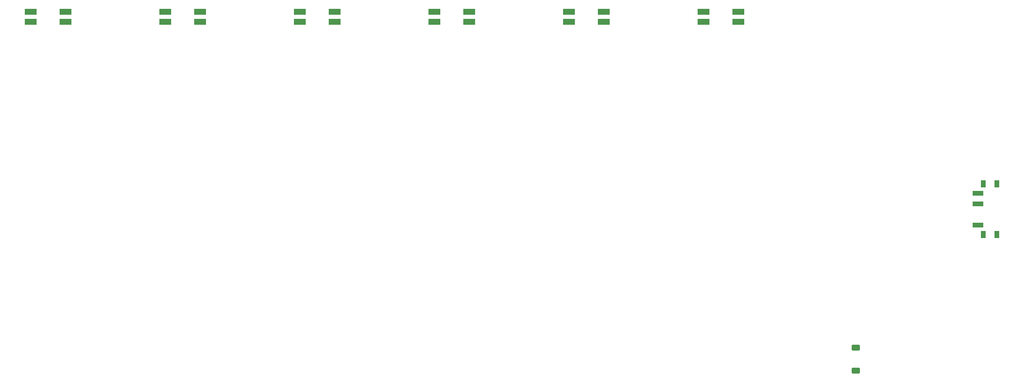
<source format=gtp>
G04 #@! TF.GenerationSoftware,KiCad,Pcbnew,7.0.8*
G04 #@! TF.CreationDate,2023-12-05T05:17:06-08:00*
G04 #@! TF.ProjectId,Seismos_5CoreL,53656973-6d6f-4735-9f35-436f72654c2e,rev?*
G04 #@! TF.SameCoordinates,Original*
G04 #@! TF.FileFunction,Paste,Top*
G04 #@! TF.FilePolarity,Positive*
%FSLAX46Y46*%
G04 Gerber Fmt 4.6, Leading zero omitted, Abs format (unit mm)*
G04 Created by KiCad (PCBNEW 7.0.8) date 2023-12-05 05:17:06*
%MOMM*%
%LPD*%
G01*
G04 APERTURE LIST*
G04 Aperture macros list*
%AMRoundRect*
0 Rectangle with rounded corners*
0 $1 Rounding radius*
0 $2 $3 $4 $5 $6 $7 $8 $9 X,Y pos of 4 corners*
0 Add a 4 corners polygon primitive as box body*
4,1,4,$2,$3,$4,$5,$6,$7,$8,$9,$2,$3,0*
0 Add four circle primitives for the rounded corners*
1,1,$1+$1,$2,$3*
1,1,$1+$1,$4,$5*
1,1,$1+$1,$6,$7*
1,1,$1+$1,$8,$9*
0 Add four rect primitives between the rounded corners*
20,1,$1+$1,$2,$3,$4,$5,0*
20,1,$1+$1,$4,$5,$6,$7,0*
20,1,$1+$1,$6,$7,$8,$9,0*
20,1,$1+$1,$8,$9,$2,$3,0*%
G04 Aperture macros list end*
%ADD10R,1.803400X0.812800*%
%ADD11R,1.500000X0.700000*%
%ADD12R,0.800000X1.000000*%
%ADD13RoundRect,0.225000X-0.375000X0.225000X-0.375000X-0.225000X0.375000X-0.225000X0.375000X0.225000X0*%
G04 APERTURE END LIST*
D10*
X37148100Y-33249300D03*
X37148100Y-31750700D03*
X42151900Y-31750700D03*
X42151900Y-33249300D03*
X133648100Y-33249300D03*
X133648100Y-31750700D03*
X138651900Y-31750700D03*
X138651900Y-33249300D03*
X95048100Y-33249300D03*
X95048100Y-31750700D03*
X100051900Y-31750700D03*
X100051900Y-33249300D03*
X75748100Y-33249300D03*
X75748100Y-31750700D03*
X80751900Y-31750700D03*
X80751900Y-33249300D03*
D11*
X173050000Y-59382000D03*
D12*
X173835000Y-63782000D03*
X175765000Y-63782000D03*
X173835000Y-56482000D03*
X175765000Y-56482000D03*
D11*
X173050000Y-57882000D03*
X173050000Y-62382000D03*
D10*
X114348100Y-33249300D03*
X114348100Y-31750700D03*
X119351900Y-31750700D03*
X119351900Y-33249300D03*
D13*
X155500000Y-80050000D03*
X155500000Y-83350000D03*
D10*
X56448100Y-33249300D03*
X56448100Y-31750700D03*
X61451900Y-31750700D03*
X61451900Y-33249300D03*
M02*

</source>
